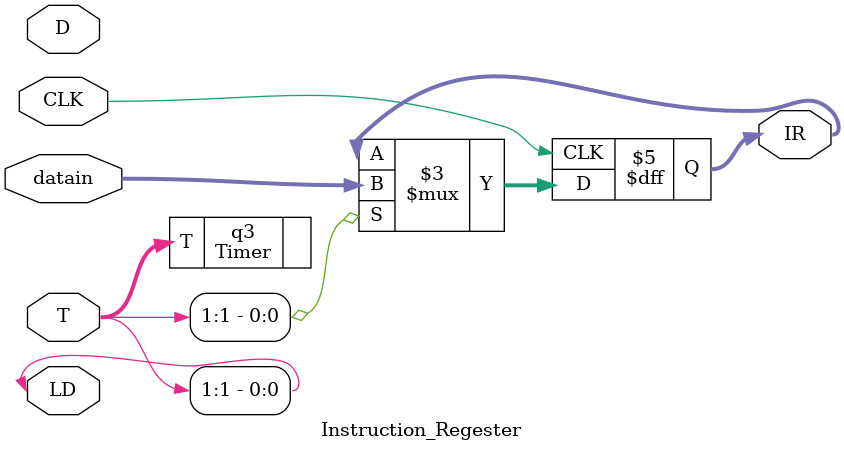
<source format=v>
`timescale 1ns / 1ps


module Instruction_Regester(
    input CLK,
    input  [7:0]D ,
    input  [7:0] T,
    input LD,
    input [7:0] datain,
    output  reg [7:0]IR);
    
    operation_selecction q2(.D(D))    ;
    Timer q3 (.T(T));  
    assign LD = T[1];
    
    initial IR <=0;
    
    	always @(posedge CLK)
    begin
        
         if(LD) begin
            IR <= datain;  //IR IS DESTINATION
         end
    end    
    
    
endmodule

</source>
